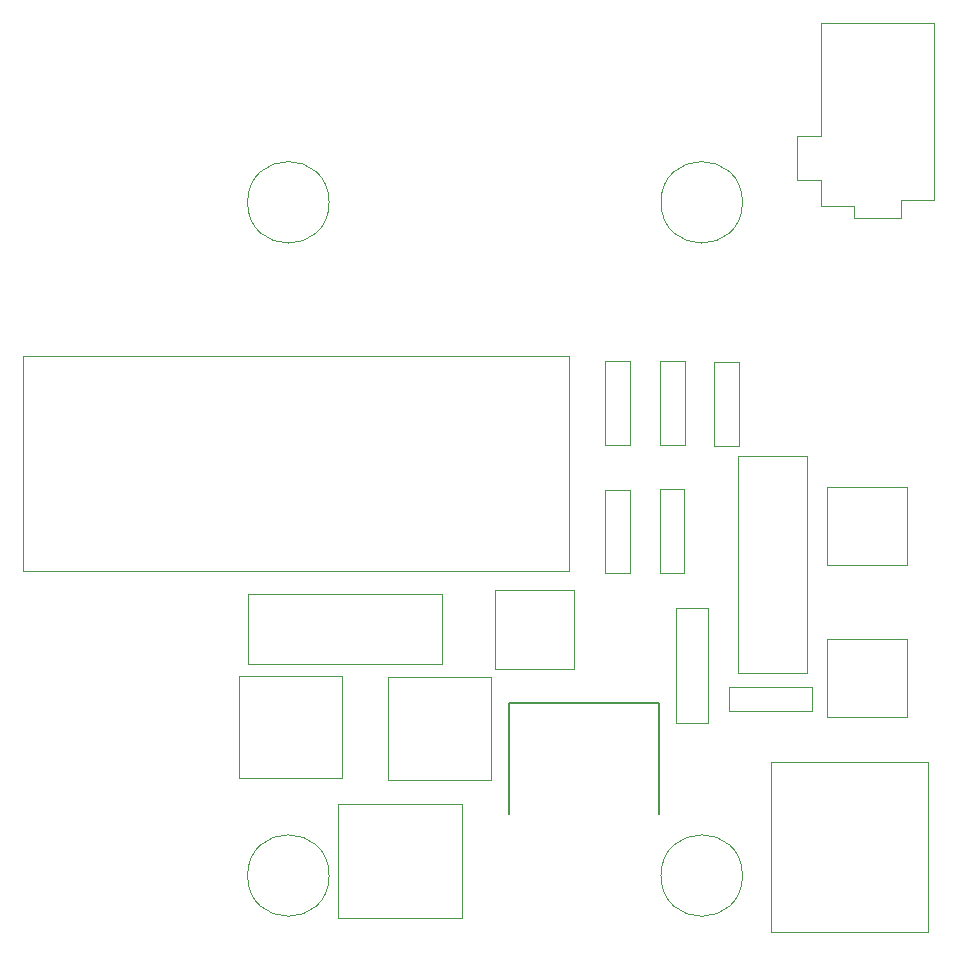
<source format=gbr>
G04 #@! TF.GenerationSoftware,KiCad,Pcbnew,(5.0.0)*
G04 #@! TF.CreationDate,2018-09-07T11:03:02+01:00*
G04 #@! TF.ProjectId,OpenSpritzer,4F70656E53707269747A65722E6B6963,rev?*
G04 #@! TF.SameCoordinates,Original*
G04 #@! TF.FileFunction,Other,User*
%FSLAX46Y46*%
G04 Gerber Fmt 4.6, Leading zero omitted, Abs format (unit mm)*
G04 Created by KiCad (PCBNEW (5.0.0)) date 09/07/18 11:03:02*
%MOMM*%
%LPD*%
G01*
G04 APERTURE LIST*
%ADD10C,0.050000*%
%ADD11C,0.150000*%
G04 APERTURE END LIST*
D10*
G04 #@! TO.C,*
X148950000Y-108530000D02*
X148950000Y-101450000D01*
X146850000Y-108530000D02*
X148950000Y-108530000D01*
X146850000Y-101450000D02*
X146850000Y-108530000D01*
X148950000Y-101450000D02*
X146850000Y-101450000D01*
X153550000Y-108530000D02*
X153550000Y-101450000D01*
X151450000Y-108530000D02*
X153550000Y-108530000D01*
X151450000Y-101450000D02*
X151450000Y-108530000D01*
X153550000Y-101450000D02*
X151450000Y-101450000D01*
X156025000Y-101545000D02*
X156025000Y-108625000D01*
X158125000Y-101545000D02*
X156025000Y-101545000D01*
X158125000Y-108625000D02*
X158125000Y-101545000D01*
X156025000Y-108625000D02*
X158125000Y-108625000D01*
X153525000Y-119355000D02*
X153525000Y-112275000D01*
X151425000Y-119355000D02*
X153525000Y-119355000D01*
X151425000Y-112275000D02*
X151425000Y-119355000D01*
X153525000Y-112275000D02*
X151425000Y-112275000D01*
X146850000Y-112345000D02*
X146850000Y-119425000D01*
X148950000Y-112345000D02*
X146850000Y-112345000D01*
X148950000Y-119425000D02*
X148950000Y-112345000D01*
X146850000Y-119425000D02*
X148950000Y-119425000D01*
X115825000Y-136775000D02*
X124525000Y-136775000D01*
X115825000Y-128075000D02*
X115825000Y-136775000D01*
X124525000Y-128075000D02*
X115825000Y-128075000D01*
X124525000Y-136775000D02*
X124525000Y-128075000D01*
X157270000Y-131100000D02*
X164350000Y-131100000D01*
X157270000Y-129000000D02*
X157270000Y-131100000D01*
X164350000Y-129000000D02*
X157270000Y-129000000D01*
X164350000Y-131100000D02*
X164350000Y-129000000D01*
X123450000Y-88000000D02*
G75*
G03X123450000Y-88000000I-3450000J0D01*
G01*
X123450000Y-145000000D02*
G75*
G03X123450000Y-145000000I-3450000J0D01*
G01*
D11*
X138650000Y-130350000D02*
X138650000Y-139785000D01*
X151350000Y-130350000D02*
X151350000Y-139785000D01*
X138650000Y-130350000D02*
X151350000Y-130350000D01*
D10*
X172420000Y-125005000D02*
X172420000Y-131585000D01*
X172420000Y-125005000D02*
X165580000Y-125005000D01*
X165580000Y-131585000D02*
X172420000Y-131585000D01*
X165580000Y-131585000D02*
X165580000Y-125005000D01*
X165125000Y-72820000D02*
X174625000Y-72820000D01*
X165125000Y-82390000D02*
X165125000Y-72820000D01*
X163075000Y-82390000D02*
X165125000Y-82390000D01*
X163075000Y-82390000D02*
X163075000Y-86100000D01*
X165125000Y-86100000D02*
X163125000Y-86100000D01*
X165125000Y-88330000D02*
X165125000Y-86100000D01*
X167875000Y-88330000D02*
X165125000Y-88330000D01*
X167875000Y-89300000D02*
X167875000Y-88330000D01*
X171875000Y-89300000D02*
X167875000Y-89300000D01*
X171875000Y-87820000D02*
X171875000Y-89300000D01*
X174375000Y-87820000D02*
X171875000Y-87820000D01*
X174625000Y-87820000D02*
X174625000Y-72820000D01*
X174375000Y-87820000D02*
X174625000Y-87820000D01*
X165580000Y-118685000D02*
X165580000Y-112105000D01*
X165580000Y-118685000D02*
X172420000Y-118685000D01*
X172420000Y-112105000D02*
X165580000Y-112105000D01*
X172420000Y-112105000D02*
X172420000Y-118685000D01*
X174150000Y-135375000D02*
X160850000Y-135375000D01*
X160850000Y-135375000D02*
X160850000Y-149775000D01*
X160850000Y-149775000D02*
X174150000Y-149775000D01*
X174150000Y-149775000D02*
X174150000Y-135375000D01*
X143760000Y-100970000D02*
X143760000Y-119250000D01*
X143760000Y-100970000D02*
X97540000Y-100970000D01*
X97540000Y-119250000D02*
X143760000Y-119250000D01*
X97540000Y-119250000D02*
X97540000Y-100970000D01*
X155500000Y-122375000D02*
X152800000Y-122375000D01*
X152800000Y-122375000D02*
X152800000Y-132125000D01*
X152800000Y-132125000D02*
X155500000Y-132125000D01*
X155500000Y-132125000D02*
X155500000Y-122375000D01*
X158050000Y-127850000D02*
X163950000Y-127850000D01*
X163950000Y-127850000D02*
X163950000Y-109500000D01*
X163950000Y-109500000D02*
X158050000Y-109500000D01*
X158050000Y-109500000D02*
X158050000Y-127850000D01*
X158450000Y-88000000D02*
G75*
G03X158450000Y-88000000I-3450000J0D01*
G01*
X128475000Y-136875000D02*
X137175000Y-136875000D01*
X137175000Y-136875000D02*
X137175000Y-128175000D01*
X137175000Y-128175000D02*
X128475000Y-128175000D01*
X128475000Y-128175000D02*
X128475000Y-136875000D01*
X132975000Y-127100000D02*
X132975000Y-121200000D01*
X132975000Y-121200000D02*
X116575000Y-121200000D01*
X116575000Y-121200000D02*
X116575000Y-127100000D01*
X116575000Y-127100000D02*
X132975000Y-127100000D01*
X144175000Y-127525000D02*
X144175000Y-120825000D01*
X144175000Y-120825000D02*
X137475000Y-120825000D01*
X137475000Y-120825000D02*
X137475000Y-127525000D01*
X137475000Y-127525000D02*
X144175000Y-127525000D01*
X134675000Y-148575000D02*
X134675000Y-138975000D01*
X134675000Y-138975000D02*
X124175000Y-138975000D01*
X124175000Y-138975000D02*
X124175000Y-148575000D01*
X124175000Y-148575000D02*
X134675000Y-148575000D01*
X158450000Y-145000000D02*
G75*
G03X158450000Y-145000000I-3450000J0D01*
G01*
G04 #@! TD*
M02*

</source>
